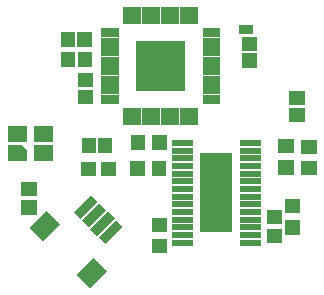
<source format=gts>
G04 Layer: TopSolderMaskLayer*
G04 EasyEDA v6.3.53, 2020-12-20T20:36:17+08:00*
G04 c64323ac755740268967727d35aa34f5,c1f3c4082e0f4854a6dddf38f96dced1,10*
G04 Gerber Generator version 0.2*
G04 Scale: 100 percent, Rotated: No, Reflected: No *
G04 Dimensions in millimeters *
G04 leading zeros omitted , absolute positions ,3 integer and 3 decimal *
%FSLAX33Y33*%
%MOMM*%
G90*
G71D02*


%LPD*%
G36*
G01X21132Y24477D02*
G01X21132Y25181D01*
G01X22336Y25181D01*
G01X22336Y24477D01*
G01X21132Y24477D01*
G37*
G36*
G01X9222Y14350D02*
G01X9222Y15653D01*
G01X10426Y15653D01*
G01X10426Y14350D01*
G01X9222Y14350D01*
G37*
G36*
G01X7822Y14350D02*
G01X7822Y15653D01*
G01X9026Y15653D01*
G01X9026Y14350D01*
G01X7822Y14350D01*
G37*
G36*
G01X7743Y12453D02*
G01X7743Y13646D01*
G01X9039Y13646D01*
G01X9039Y12453D01*
G01X7743Y12453D01*
G37*
G36*
G01X9445Y12453D02*
G01X9445Y13646D01*
G01X10741Y13646D01*
G01X10741Y12453D01*
G01X9445Y12453D01*
G37*
G36*
G01X21396Y23016D02*
G01X21396Y24218D01*
G01X22699Y24218D01*
G01X22699Y23016D01*
G01X21396Y23016D01*
G37*
G36*
G01X21396Y21617D02*
G01X21396Y22818D01*
G01X22699Y22818D01*
G01X22699Y21617D01*
G01X21396Y21617D01*
G37*
G36*
G01X7482Y21668D02*
G01X7482Y22971D01*
G01X8683Y22971D01*
G01X8683Y21668D01*
G01X7482Y21668D01*
G37*
G36*
G01X6080Y21668D02*
G01X6080Y22971D01*
G01X7284Y22971D01*
G01X7284Y21668D01*
G01X6080Y21668D01*
G37*
G36*
G01X17886Y7657D02*
G01X17886Y14360D01*
G01X20591Y14360D01*
G01X20591Y7657D01*
G01X17886Y7657D01*
G37*
G36*
G01X21236Y14982D02*
G01X21236Y15485D01*
G01X23039Y15485D01*
G01X23039Y14982D01*
G01X21236Y14982D01*
G37*
G36*
G01X21236Y14332D02*
G01X21236Y14835D01*
G01X23039Y14835D01*
G01X23039Y14332D01*
G01X21236Y14332D01*
G37*
G36*
G01X21236Y13682D02*
G01X21236Y14185D01*
G01X23039Y14185D01*
G01X23039Y13682D01*
G01X21236Y13682D01*
G37*
G36*
G01X21236Y13032D02*
G01X21236Y13537D01*
G01X23039Y13537D01*
G01X23039Y13032D01*
G01X21236Y13032D01*
G37*
G36*
G01X21236Y12384D02*
G01X21236Y12887D01*
G01X23039Y12887D01*
G01X23039Y12384D01*
G01X21236Y12384D01*
G37*
G36*
G01X21236Y11734D02*
G01X21236Y12237D01*
G01X23039Y12237D01*
G01X23039Y11734D01*
G01X21236Y11734D01*
G37*
G36*
G01X21236Y11084D02*
G01X21236Y11586D01*
G01X23039Y11586D01*
G01X23039Y11084D01*
G01X21236Y11084D01*
G37*
G36*
G01X21236Y10433D02*
G01X21236Y10936D01*
G01X23039Y10936D01*
G01X23039Y10433D01*
G01X21236Y10433D01*
G37*
G36*
G01X21236Y9783D02*
G01X21236Y10286D01*
G01X23039Y10286D01*
G01X23039Y9783D01*
G01X21236Y9783D01*
G37*
G36*
G01X21236Y9133D02*
G01X21236Y9636D01*
G01X23039Y9636D01*
G01X23039Y9133D01*
G01X21236Y9133D01*
G37*
G36*
G01X21236Y8483D02*
G01X21236Y8986D01*
G01X23039Y8986D01*
G01X23039Y8483D01*
G01X21236Y8483D01*
G37*
G36*
G01X21236Y7832D02*
G01X21236Y8335D01*
G01X23039Y8335D01*
G01X23039Y7832D01*
G01X21236Y7832D01*
G37*
G36*
G01X21236Y7182D02*
G01X21236Y7685D01*
G01X23039Y7685D01*
G01X23039Y7182D01*
G01X21236Y7182D01*
G37*
G36*
G01X21236Y6532D02*
G01X21236Y7037D01*
G01X23039Y7037D01*
G01X23039Y6532D01*
G01X21236Y6532D01*
G37*
G36*
G01X15437Y6532D02*
G01X15437Y7037D01*
G01X17241Y7037D01*
G01X17241Y6532D01*
G01X15437Y6532D01*
G37*
G36*
G01X15437Y7182D02*
G01X15437Y7685D01*
G01X17241Y7685D01*
G01X17241Y7182D01*
G01X15437Y7182D01*
G37*
G36*
G01X15437Y7832D02*
G01X15437Y8335D01*
G01X17241Y8335D01*
G01X17241Y7832D01*
G01X15437Y7832D01*
G37*
G36*
G01X15437Y8483D02*
G01X15437Y8986D01*
G01X17241Y8986D01*
G01X17241Y8483D01*
G01X15437Y8483D01*
G37*
G36*
G01X15437Y9133D02*
G01X15437Y9636D01*
G01X17241Y9636D01*
G01X17241Y9133D01*
G01X15437Y9133D01*
G37*
G36*
G01X15437Y9783D02*
G01X15437Y10286D01*
G01X17241Y10286D01*
G01X17241Y9783D01*
G01X15437Y9783D01*
G37*
G36*
G01X15437Y10433D02*
G01X15437Y10936D01*
G01X17241Y10936D01*
G01X17241Y10433D01*
G01X15437Y10433D01*
G37*
G36*
G01X15437Y11084D02*
G01X15437Y11586D01*
G01X17241Y11586D01*
G01X17241Y11084D01*
G01X15437Y11084D01*
G37*
G36*
G01X15437Y11734D02*
G01X15437Y12237D01*
G01X17241Y12237D01*
G01X17241Y11734D01*
G01X15437Y11734D01*
G37*
G36*
G01X15437Y12384D02*
G01X15437Y12887D01*
G01X17241Y12887D01*
G01X17241Y12384D01*
G01X15437Y12384D01*
G37*
G36*
G01X15437Y13032D02*
G01X15437Y13537D01*
G01X17241Y13537D01*
G01X17241Y13032D01*
G01X15437Y13032D01*
G37*
G36*
G01X15437Y13682D02*
G01X15437Y14185D01*
G01X17241Y14185D01*
G01X17241Y13682D01*
G01X15437Y13682D01*
G37*
G36*
G01X15437Y14332D02*
G01X15437Y14835D01*
G01X17241Y14835D01*
G01X17241Y14332D01*
G01X15437Y14332D01*
G37*
G36*
G01X15437Y14982D02*
G01X15437Y15485D01*
G01X17241Y15485D01*
G01X17241Y14982D01*
G01X15437Y14982D01*
G37*
G36*
G01X3768Y15346D02*
G01X3768Y16699D01*
G01X5371Y16699D01*
G01X5371Y15346D01*
G01X3768Y15346D01*
G37*
G36*
G01X1569Y13745D02*
G01X1569Y15099D01*
G01X2750Y15099D01*
G01X3171Y14657D01*
G01X3171Y13745D01*
G01X1569Y13745D01*
G37*
G36*
G01X1569Y15346D02*
G01X1569Y16699D01*
G01X3171Y16699D01*
G01X3171Y15346D01*
G01X1569Y15346D01*
G37*
G36*
G01X3768Y13745D02*
G01X3768Y15099D01*
G01X5371Y15099D01*
G01X5371Y13745D01*
G01X3768Y13745D01*
G37*
G36*
G01X25399Y17027D02*
G01X25399Y18231D01*
G01X26702Y18231D01*
G01X26702Y17027D01*
G01X25399Y17027D01*
G37*
G36*
G01X25399Y18427D02*
G01X25399Y19631D01*
G01X26702Y19631D01*
G01X26702Y18427D01*
G01X25399Y18427D01*
G37*
G36*
G01X7505Y19941D02*
G01X7505Y21142D01*
G01X8810Y21142D01*
G01X8810Y19941D01*
G01X7505Y19941D01*
G37*
G36*
G01X7505Y18541D02*
G01X7505Y19742D01*
G01X8810Y19742D01*
G01X8810Y18541D01*
G01X7505Y18541D01*
G37*
G36*
G01X6067Y23344D02*
G01X6067Y24647D01*
G01X7271Y24647D01*
G01X7271Y23344D01*
G01X6067Y23344D01*
G37*
G36*
G01X7467Y23344D02*
G01X7467Y24647D01*
G01X8671Y24647D01*
G01X8671Y23344D01*
G01X7467Y23344D01*
G37*
G36*
G01X12407Y19646D02*
G01X12407Y23847D01*
G01X16608Y23847D01*
G01X16608Y19646D01*
G01X12407Y19646D01*
G37*
G36*
G01X11327Y25302D02*
G01X11327Y26776D01*
G01X12089Y26776D01*
G01X12089Y25302D01*
G01X11327Y25302D01*
G37*
G36*
G01X12127Y25302D02*
G01X12127Y26776D01*
G01X12889Y26776D01*
G01X12889Y25302D01*
G01X12127Y25302D01*
G37*
G36*
G01X12928Y25302D02*
G01X12928Y26776D01*
G01X13690Y26776D01*
G01X13690Y25302D01*
G01X12928Y25302D01*
G37*
G36*
G01X13728Y25302D02*
G01X13728Y26776D01*
G01X14490Y26776D01*
G01X14490Y25302D01*
G01X13728Y25302D01*
G37*
G36*
G01X14525Y25302D02*
G01X14525Y26776D01*
G01X15287Y26776D01*
G01X15287Y25302D01*
G01X14525Y25302D01*
G37*
G36*
G01X15325Y25302D02*
G01X15325Y26776D01*
G01X16087Y26776D01*
G01X16087Y25302D01*
G01X15325Y25302D01*
G37*
G36*
G01X16125Y25302D02*
G01X16125Y26776D01*
G01X16887Y26776D01*
G01X16887Y25302D01*
G01X16125Y25302D01*
G37*
G36*
G01X16926Y25302D02*
G01X16926Y26776D01*
G01X17688Y26776D01*
G01X17688Y25302D01*
G01X16926Y25302D01*
G37*
G36*
G01X18063Y24165D02*
G01X18063Y24927D01*
G01X19537Y24927D01*
G01X19537Y24165D01*
G01X18063Y24165D01*
G37*
G36*
G01X18063Y23364D02*
G01X18063Y24126D01*
G01X19537Y24126D01*
G01X19537Y23364D01*
G01X18063Y23364D01*
G37*
G36*
G01X18063Y22564D02*
G01X18063Y23326D01*
G01X19537Y23326D01*
G01X19537Y22564D01*
G01X18063Y22564D01*
G37*
G36*
G01X18063Y21764D02*
G01X18063Y22526D01*
G01X19537Y22526D01*
G01X19537Y21764D01*
G01X18063Y21764D01*
G37*
G36*
G01X18063Y20967D02*
G01X18063Y21729D01*
G01X19537Y21729D01*
G01X19537Y20967D01*
G01X18063Y20967D01*
G37*
G36*
G01X18063Y20167D02*
G01X18063Y20929D01*
G01X19537Y20929D01*
G01X19537Y20167D01*
G01X18063Y20167D01*
G37*
G36*
G01X18063Y19366D02*
G01X18063Y20128D01*
G01X19537Y20128D01*
G01X19537Y19366D01*
G01X18063Y19366D01*
G37*
G36*
G01X18063Y18566D02*
G01X18063Y19328D01*
G01X19537Y19328D01*
G01X19537Y18566D01*
G01X18063Y18566D01*
G37*
G36*
G01X16926Y16717D02*
G01X16926Y18190D01*
G01X17688Y18190D01*
G01X17688Y16717D01*
G01X16926Y16717D01*
G37*
G36*
G01X16125Y16717D02*
G01X16125Y18190D01*
G01X16887Y18190D01*
G01X16887Y16717D01*
G01X16125Y16717D01*
G37*
G36*
G01X15325Y16717D02*
G01X15325Y18190D01*
G01X16087Y18190D01*
G01X16087Y16717D01*
G01X15325Y16717D01*
G37*
G36*
G01X14525Y16717D02*
G01X14525Y18190D01*
G01X15287Y18190D01*
G01X15287Y16717D01*
G01X14525Y16717D01*
G37*
G36*
G01X13728Y16717D02*
G01X13728Y18190D01*
G01X14490Y18190D01*
G01X14490Y16717D01*
G01X13728Y16717D01*
G37*
G36*
G01X12928Y16717D02*
G01X12928Y18190D01*
G01X13690Y18190D01*
G01X13690Y16717D01*
G01X12928Y16717D01*
G37*
G36*
G01X12127Y16717D02*
G01X12127Y18190D01*
G01X12889Y18190D01*
G01X12889Y16717D01*
G01X12127Y16717D01*
G37*
G36*
G01X11327Y16717D02*
G01X11327Y18190D01*
G01X12089Y18190D01*
G01X12089Y16717D01*
G01X11327Y16717D01*
G37*
G36*
G01X9478Y18566D02*
G01X9478Y19328D01*
G01X10951Y19328D01*
G01X10951Y18566D01*
G01X9478Y18566D01*
G37*
G36*
G01X9478Y19366D02*
G01X9478Y20128D01*
G01X10951Y20128D01*
G01X10951Y19366D01*
G01X9478Y19366D01*
G37*
G36*
G01X9478Y20167D02*
G01X9478Y20929D01*
G01X10951Y20929D01*
G01X10951Y20167D01*
G01X9478Y20167D01*
G37*
G36*
G01X9478Y20967D02*
G01X9478Y21729D01*
G01X10951Y21729D01*
G01X10951Y20967D01*
G01X9478Y20967D01*
G37*
G36*
G01X9478Y21764D02*
G01X9478Y22526D01*
G01X10951Y22526D01*
G01X10951Y21764D01*
G01X9478Y21764D01*
G37*
G36*
G01X9478Y22564D02*
G01X9478Y23326D01*
G01X10951Y23326D01*
G01X10951Y22564D01*
G01X9478Y22564D01*
G37*
G36*
G01X9478Y23364D02*
G01X9478Y24126D01*
G01X10951Y24126D01*
G01X10951Y23364D01*
G01X9478Y23364D01*
G37*
G36*
G01X9478Y24165D02*
G01X9478Y24927D01*
G01X10951Y24927D01*
G01X10951Y24165D01*
G01X9478Y24165D01*
G37*
G36*
G01X4561Y6918D02*
G01X3428Y8051D01*
G01X4845Y9468D01*
G01X5978Y8333D01*
G01X4561Y6918D01*
G37*
G36*
G01X7708Y8790D02*
G01X7139Y9359D01*
G01X8627Y10847D01*
G01X9196Y10278D01*
G01X7708Y8790D01*
G37*
G36*
G01X8414Y8084D02*
G01X7848Y8653D01*
G01X9333Y10139D01*
G01X9902Y9572D01*
G01X8414Y8084D01*
G37*
G36*
G01X9123Y7378D02*
G01X8554Y7944D01*
G01X10042Y9433D01*
G01X10609Y8864D01*
G01X9123Y7378D01*
G37*
G36*
G01X9829Y6669D02*
G01X9262Y7238D01*
G01X10748Y8724D01*
G01X11317Y8157D01*
G01X9829Y6669D01*
G37*
G36*
G01X8521Y2958D02*
G01X7388Y4091D01*
G01X8805Y5508D01*
G01X9938Y4373D01*
G01X8521Y2958D01*
G37*
G36*
G01X13751Y5882D02*
G01X13751Y7083D01*
G01X15054Y7083D01*
G01X15054Y5882D01*
G01X13751Y5882D01*
G37*
G36*
G01X13751Y7680D02*
G01X13751Y8884D01*
G01X15054Y8884D01*
G01X15054Y7680D01*
G01X13751Y7680D01*
G37*
G36*
G01X25036Y7479D02*
G01X25036Y8683D01*
G01X26339Y8683D01*
G01X26339Y7479D01*
G01X25036Y7479D01*
G37*
G36*
G01X25036Y9280D02*
G01X25036Y10484D01*
G01X26339Y10484D01*
G01X26339Y9280D01*
G01X25036Y9280D01*
G37*
G36*
G01X12016Y14609D02*
G01X12016Y15912D01*
G01X13220Y15912D01*
G01X13220Y14609D01*
G01X12016Y14609D01*
G37*
G36*
G01X13817Y14609D02*
G01X13817Y15912D01*
G01X15021Y15912D01*
G01X15021Y14609D01*
G01X13817Y14609D01*
G37*
G36*
G01X13753Y12399D02*
G01X13753Y13702D01*
G01X14955Y13702D01*
G01X14955Y12399D01*
G01X13753Y12399D01*
G37*
G36*
G01X11952Y12399D02*
G01X11952Y13702D01*
G01X13156Y13702D01*
G01X13156Y12399D01*
G01X11952Y12399D01*
G37*
G36*
G01X23489Y8373D02*
G01X23489Y9577D01*
G01X24792Y9577D01*
G01X24792Y8373D01*
G01X23489Y8373D01*
G37*
G36*
G01X23489Y6773D02*
G01X23489Y7977D01*
G01X24792Y7977D01*
G01X24792Y6773D01*
G01X23489Y6773D01*
G37*
G36*
G01X2714Y10766D02*
G01X2714Y11970D01*
G01X4017Y11970D01*
G01X4017Y10766D01*
G01X2714Y10766D01*
G37*
G36*
G01X2714Y9166D02*
G01X2714Y10370D01*
G01X4017Y10370D01*
G01X4017Y9166D01*
G01X2714Y9166D01*
G37*
G36*
G01X24477Y14350D02*
G01X24477Y15554D01*
G01X25780Y15554D01*
G01X25780Y14350D01*
G01X24477Y14350D01*
G37*
G36*
G01X24477Y12549D02*
G01X24477Y13753D01*
G01X25780Y13753D01*
G01X25780Y12549D01*
G01X24477Y12549D01*
G37*
G36*
G01X26425Y12511D02*
G01X26425Y13715D01*
G01X27728Y13715D01*
G01X27728Y12511D01*
G01X26425Y12511D01*
G37*
G36*
G01X26425Y14312D02*
G01X26425Y15513D01*
G01X27728Y15513D01*
G01X27728Y14312D01*
G01X26425Y14312D01*
G37*
M00*
M02*

</source>
